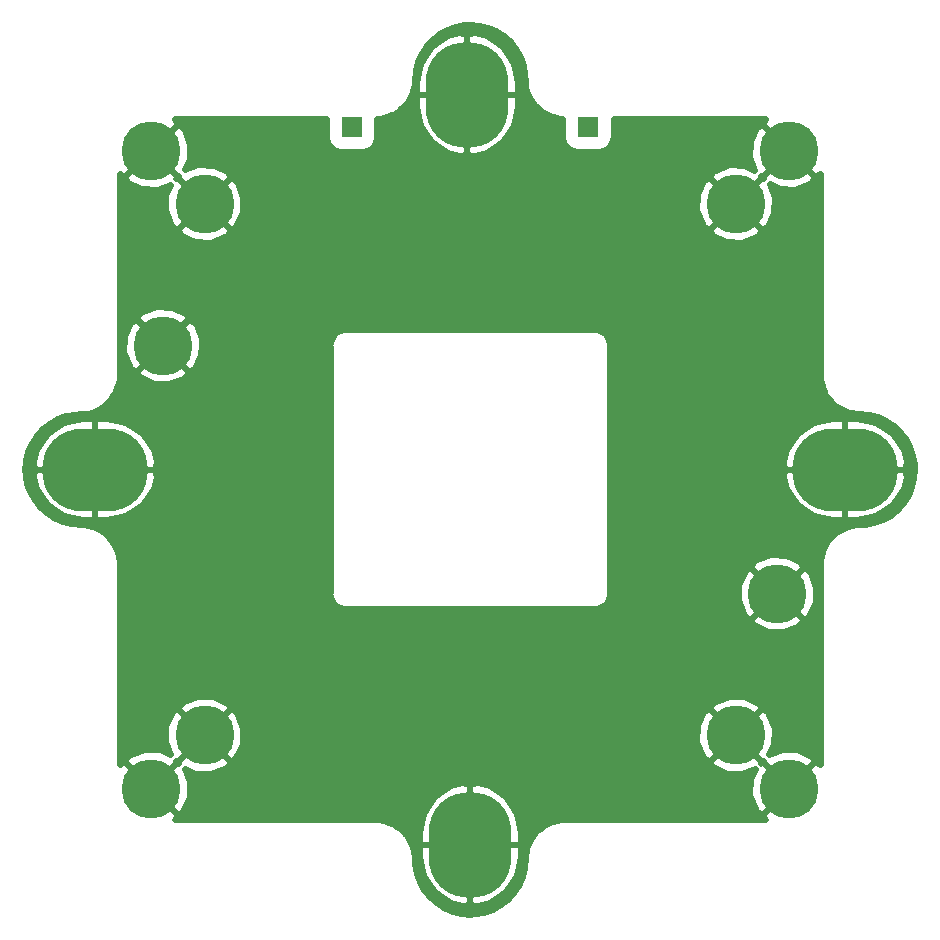
<source format=gbr>
G04 #@! TF.GenerationSoftware,KiCad,Pcbnew,(5.0.0)*
G04 #@! TF.CreationDate,2020-03-30T15:38:54-04:00*
G04 #@! TF.ProjectId,10W White LED,313057205768697465204C45442E6B69,rev?*
G04 #@! TF.SameCoordinates,Original*
G04 #@! TF.FileFunction,Copper,L1,Top,Signal*
G04 #@! TF.FilePolarity,Positive*
%FSLAX46Y46*%
G04 Gerber Fmt 4.6, Leading zero omitted, Abs format (unit mm)*
G04 Created by KiCad (PCBNEW (5.0.0)) date 03/30/20 15:38:54*
%MOMM*%
%LPD*%
G01*
G04 APERTURE LIST*
G04 #@! TA.AperFunction,ComponentPad*
%ADD10O,9.000000X7.000000*%
G04 #@! TD*
G04 #@! TA.AperFunction,ComponentPad*
%ADD11O,7.000000X9.000000*%
G04 #@! TD*
G04 #@! TA.AperFunction,ComponentPad*
%ADD12C,5.000000*%
G04 #@! TD*
G04 #@! TA.AperFunction,ComponentPad*
%ADD13R,1.700000X1.700000*%
G04 #@! TD*
G04 #@! TA.AperFunction,Conductor*
%ADD14C,0.500000*%
G04 #@! TD*
G04 APERTURE END LIST*
D10*
G04 #@! TO.P,LENSE1,1*
G04 #@! TO.N,GND*
X181750000Y-100000000D03*
D11*
X149750000Y-68250000D03*
D10*
X118250000Y-100000000D03*
D11*
X150000000Y-131750000D03*
G04 #@! TD*
D12*
G04 #@! TO.P,HEATSINK1,3*
G04 #@! TO.N,GND*
X172500000Y-122500000D03*
X127500000Y-122500000D03*
X127500000Y-77500000D03*
X172500000Y-77500000D03*
G04 #@! TO.P,HEATSINK1,2*
X124000000Y-89500000D03*
G04 #@! TO.P,HEATSINK1,1*
X176000000Y-110500000D03*
G04 #@! TD*
G04 #@! TO.P,MNT1,1*
G04 #@! TO.N,GND*
X123000000Y-73000000D03*
G04 #@! TD*
G04 #@! TO.P,MNT2,1*
G04 #@! TO.N,GND*
X177000000Y-73000000D03*
G04 #@! TD*
G04 #@! TO.P,MNT3,1*
G04 #@! TO.N,GND*
X177000000Y-127000000D03*
G04 #@! TD*
G04 #@! TO.P,MNT4,1*
G04 #@! TO.N,GND*
X123000000Y-127000000D03*
G04 #@! TD*
D13*
G04 #@! TO.P,NEG1,1*
G04 #@! TO.N,Net-(D1-Pad1)*
X160000000Y-71000000D03*
G04 #@! TD*
G04 #@! TO.P,POS1,1*
G04 #@! TO.N,Net-(D1-Pad2)*
X140000000Y-71000000D03*
G04 #@! TD*
D14*
G04 #@! TO.N,GND*
G36*
X150762820Y-62392186D02*
X151505152Y-62578647D01*
X152207063Y-62883846D01*
X152849699Y-63299586D01*
X153415809Y-63814707D01*
X153890183Y-64415370D01*
X154260084Y-65085443D01*
X154515576Y-65806928D01*
X154653879Y-66583359D01*
X154676471Y-67062416D01*
X154678107Y-67075015D01*
X154677542Y-67082042D01*
X154678643Y-67098192D01*
X154700611Y-67393811D01*
X154729634Y-67525818D01*
X154747978Y-67659727D01*
X154752522Y-67675265D01*
X154914999Y-68218549D01*
X154990428Y-68381794D01*
X155063856Y-68545943D01*
X155072577Y-68559581D01*
X155381005Y-69035427D01*
X155499195Y-69170910D01*
X155615766Y-69307881D01*
X155627965Y-69318523D01*
X156057550Y-69688678D01*
X156209067Y-69785577D01*
X156359347Y-69884293D01*
X156374042Y-69891083D01*
X156890251Y-70125789D01*
X157062872Y-70176267D01*
X157234819Y-70228836D01*
X157250827Y-70231229D01*
X157250829Y-70231229D01*
X157776679Y-70306536D01*
X157869501Y-70325000D01*
X157875512Y-70325000D01*
X157875512Y-71850000D01*
X157972527Y-72337725D01*
X158248801Y-72751199D01*
X158662275Y-73027473D01*
X159150000Y-73124488D01*
X160850000Y-73124488D01*
X161337725Y-73027473D01*
X161751199Y-72751199D01*
X162027473Y-72337725D01*
X162124488Y-71850000D01*
X162124488Y-70325000D01*
X174945619Y-70325000D01*
X175038257Y-70332616D01*
X174787940Y-70782283D01*
X177000000Y-72994343D01*
X177014142Y-72980201D01*
X177019799Y-72985858D01*
X177005657Y-73000000D01*
X179217717Y-75212060D01*
X179671612Y-74959389D01*
X179675001Y-75031244D01*
X179675000Y-92130498D01*
X179684648Y-92179002D01*
X179700611Y-92393811D01*
X179729634Y-92525818D01*
X179747978Y-92659727D01*
X179752522Y-92675265D01*
X179914999Y-93218549D01*
X179990428Y-93381794D01*
X180063856Y-93545943D01*
X180072577Y-93559581D01*
X180381005Y-94035427D01*
X180499195Y-94170910D01*
X180615766Y-94307881D01*
X180627965Y-94318523D01*
X181057550Y-94688678D01*
X181209067Y-94785577D01*
X181359347Y-94884293D01*
X181374042Y-94891083D01*
X181890251Y-95125789D01*
X182062872Y-95176267D01*
X182234819Y-95228836D01*
X182250827Y-95231229D01*
X182250829Y-95231229D01*
X182812162Y-95311618D01*
X182828380Y-95311618D01*
X182859200Y-95317497D01*
X182891432Y-95320545D01*
X183762820Y-95392186D01*
X184505152Y-95578647D01*
X185207063Y-95883846D01*
X185849699Y-96299586D01*
X186415809Y-96814707D01*
X186890183Y-97415370D01*
X187260084Y-98085443D01*
X187515576Y-98806928D01*
X187653879Y-99583359D01*
X187672435Y-99976823D01*
X187607814Y-100762824D01*
X187421354Y-101505150D01*
X187116154Y-102207063D01*
X186700412Y-102849701D01*
X186185293Y-103415809D01*
X185584630Y-103890183D01*
X184914557Y-104260084D01*
X184193069Y-104515576D01*
X183416641Y-104653879D01*
X182937584Y-104676471D01*
X182924985Y-104678107D01*
X182917958Y-104677542D01*
X182901807Y-104678643D01*
X182606189Y-104700611D01*
X182474183Y-104729634D01*
X182340273Y-104747978D01*
X182324735Y-104752522D01*
X181781450Y-104914999D01*
X181618190Y-104990435D01*
X181454057Y-105063856D01*
X181440419Y-105072577D01*
X180964573Y-105381005D01*
X180829090Y-105499195D01*
X180692119Y-105615766D01*
X180681478Y-105627965D01*
X180311322Y-106057550D01*
X180214440Y-106209040D01*
X180115707Y-106359347D01*
X180108917Y-106374043D01*
X179874211Y-106890251D01*
X179823733Y-107062872D01*
X179771164Y-107234819D01*
X179768771Y-107250829D01*
X179693463Y-107776682D01*
X179675000Y-107869502D01*
X179675001Y-124945607D01*
X179667384Y-125038257D01*
X179217717Y-124787940D01*
X177005657Y-127000000D01*
X177019799Y-127014142D01*
X177014142Y-127019799D01*
X177000000Y-127005657D01*
X174787940Y-129217717D01*
X175040611Y-129671612D01*
X174968777Y-129675000D01*
X157869501Y-129675000D01*
X157820996Y-129684648D01*
X157606189Y-129700611D01*
X157474183Y-129729634D01*
X157340273Y-129747978D01*
X157324735Y-129752522D01*
X156781450Y-129914999D01*
X156618190Y-129990435D01*
X156454057Y-130063856D01*
X156440419Y-130072577D01*
X155964573Y-130381005D01*
X155829090Y-130499195D01*
X155692119Y-130615766D01*
X155681478Y-130627965D01*
X155311322Y-131057550D01*
X155214440Y-131209040D01*
X155115707Y-131359347D01*
X155108917Y-131374043D01*
X154874211Y-131890251D01*
X154823733Y-132062872D01*
X154771164Y-132234819D01*
X154768771Y-132250829D01*
X154688382Y-132812162D01*
X154688382Y-132828380D01*
X154682503Y-132859200D01*
X154679455Y-132891432D01*
X154607814Y-133762824D01*
X154421354Y-134505150D01*
X154116154Y-135207063D01*
X153700412Y-135849701D01*
X153185293Y-136415809D01*
X152584630Y-136890183D01*
X151914557Y-137260084D01*
X151193069Y-137515576D01*
X150416641Y-137653879D01*
X150023177Y-137672435D01*
X149237176Y-137607814D01*
X148494850Y-137421354D01*
X147792937Y-137116154D01*
X147150299Y-136700412D01*
X146584191Y-136185293D01*
X146109817Y-135584630D01*
X145739916Y-134914557D01*
X145484424Y-134193069D01*
X145346121Y-133416641D01*
X145323529Y-132937584D01*
X145321893Y-132924985D01*
X145322458Y-132917958D01*
X145321357Y-132901807D01*
X145299389Y-132606189D01*
X145270366Y-132474183D01*
X145252022Y-132340273D01*
X145247478Y-132324735D01*
X145085001Y-131781450D01*
X145072318Y-131754000D01*
X145742000Y-131754000D01*
X145742000Y-132754000D01*
X146067652Y-134383162D01*
X146991968Y-135763689D01*
X148374230Y-136685410D01*
X149329952Y-136954949D01*
X149996000Y-136818498D01*
X149996000Y-131754000D01*
X150004000Y-131754000D01*
X150004000Y-136818498D01*
X150670048Y-136954949D01*
X151625770Y-136685410D01*
X153008032Y-135763689D01*
X153932348Y-134383162D01*
X154258000Y-132754000D01*
X154258000Y-131754000D01*
X150004000Y-131754000D01*
X149996000Y-131754000D01*
X145742000Y-131754000D01*
X145072318Y-131754000D01*
X145009565Y-131618190D01*
X144936144Y-131454057D01*
X144927423Y-131440419D01*
X144618995Y-130964573D01*
X144500805Y-130829090D01*
X144430091Y-130746000D01*
X145742000Y-130746000D01*
X145742000Y-131746000D01*
X149996000Y-131746000D01*
X149996000Y-126681502D01*
X150004000Y-126681502D01*
X150004000Y-131746000D01*
X154258000Y-131746000D01*
X154258000Y-130746000D01*
X153932348Y-129116838D01*
X153008032Y-127736311D01*
X151625770Y-126814590D01*
X150670048Y-126545051D01*
X150004000Y-126681502D01*
X149996000Y-126681502D01*
X149329952Y-126545051D01*
X148374230Y-126814590D01*
X146991968Y-127736311D01*
X146067652Y-129116838D01*
X145742000Y-130746000D01*
X144430091Y-130746000D01*
X144384234Y-130692119D01*
X144372035Y-130681478D01*
X143942450Y-130311322D01*
X143790960Y-130214440D01*
X143640653Y-130115707D01*
X143625962Y-130108919D01*
X143625958Y-130108917D01*
X143109749Y-129874211D01*
X142937128Y-129823733D01*
X142765181Y-129771164D01*
X142749173Y-129768771D01*
X142749171Y-129768771D01*
X142223321Y-129693464D01*
X142130499Y-129675000D01*
X125054381Y-129675000D01*
X124961743Y-129667384D01*
X125212060Y-129217717D01*
X123000000Y-127005657D01*
X122985858Y-127019799D01*
X122980201Y-127014142D01*
X122994343Y-127000000D01*
X123005657Y-127000000D01*
X125217717Y-129212060D01*
X125689765Y-128949284D01*
X126230977Y-127771575D01*
X126280303Y-126476401D01*
X125855790Y-125329961D01*
X126728425Y-125730977D01*
X128023599Y-125780303D01*
X129239061Y-125330232D01*
X129449284Y-125189765D01*
X129712060Y-124717717D01*
X170287940Y-124717717D01*
X170550716Y-125189765D01*
X171728425Y-125730977D01*
X173023599Y-125780303D01*
X174170039Y-125355790D01*
X173769023Y-126228425D01*
X173719697Y-127523599D01*
X174169768Y-128739061D01*
X174310235Y-128949284D01*
X174782283Y-129212060D01*
X176994343Y-127000000D01*
X174782283Y-124787940D01*
X174623883Y-124876117D01*
X174712060Y-124717717D01*
X172500000Y-122505657D01*
X170287940Y-124717717D01*
X129712060Y-124717717D01*
X127500000Y-122505657D01*
X125287940Y-124717717D01*
X125376117Y-124876117D01*
X125217717Y-124787940D01*
X123005657Y-127000000D01*
X122994343Y-127000000D01*
X120782283Y-124787940D01*
X120328388Y-125040611D01*
X120325000Y-124968777D01*
X120325000Y-124782283D01*
X120787940Y-124782283D01*
X123000000Y-126994343D01*
X125212060Y-124782283D01*
X125123883Y-124623883D01*
X125282283Y-124712060D01*
X127494343Y-122500000D01*
X127505657Y-122500000D01*
X129717717Y-124712060D01*
X130189765Y-124449284D01*
X130730977Y-123271575D01*
X130740421Y-123023599D01*
X169219697Y-123023599D01*
X169669768Y-124239061D01*
X169810235Y-124449284D01*
X170282283Y-124712060D01*
X172494343Y-122500000D01*
X172505657Y-122500000D01*
X174717717Y-124712060D01*
X174876117Y-124623883D01*
X174787940Y-124782283D01*
X177000000Y-126994343D01*
X179212060Y-124782283D01*
X178949284Y-124310235D01*
X177771575Y-123769023D01*
X176476401Y-123719697D01*
X175329961Y-124144210D01*
X175730977Y-123271575D01*
X175780303Y-121976401D01*
X175330232Y-120760939D01*
X175189765Y-120550716D01*
X174717717Y-120287940D01*
X172505657Y-122500000D01*
X172494343Y-122500000D01*
X170282283Y-120287940D01*
X169810235Y-120550716D01*
X169269023Y-121728425D01*
X169219697Y-123023599D01*
X130740421Y-123023599D01*
X130780303Y-121976401D01*
X130330232Y-120760939D01*
X130189765Y-120550716D01*
X129717717Y-120287940D01*
X127505657Y-122500000D01*
X127494343Y-122500000D01*
X125282283Y-120287940D01*
X124810235Y-120550716D01*
X124269023Y-121728425D01*
X124219697Y-123023599D01*
X124644210Y-124170039D01*
X123771575Y-123769023D01*
X122476401Y-123719697D01*
X121260939Y-124169768D01*
X121050716Y-124310235D01*
X120787940Y-124782283D01*
X120325000Y-124782283D01*
X120325000Y-120282283D01*
X125287940Y-120282283D01*
X127500000Y-122494343D01*
X129712060Y-120282283D01*
X170287940Y-120282283D01*
X172500000Y-122494343D01*
X174712060Y-120282283D01*
X174449284Y-119810235D01*
X173271575Y-119269023D01*
X171976401Y-119219697D01*
X170760939Y-119669768D01*
X170550716Y-119810235D01*
X170287940Y-120282283D01*
X129712060Y-120282283D01*
X129449284Y-119810235D01*
X128271575Y-119269023D01*
X126976401Y-119219697D01*
X125760939Y-119669768D01*
X125550716Y-119810235D01*
X125287940Y-120282283D01*
X120325000Y-120282283D01*
X120325000Y-112717717D01*
X173787940Y-112717717D01*
X174050716Y-113189765D01*
X175228425Y-113730977D01*
X176523599Y-113780303D01*
X177739061Y-113330232D01*
X177949284Y-113189765D01*
X178212060Y-112717717D01*
X176000000Y-110505657D01*
X173787940Y-112717717D01*
X120325000Y-112717717D01*
X120325000Y-107869501D01*
X120315352Y-107820996D01*
X120299389Y-107606189D01*
X120270366Y-107474183D01*
X120252022Y-107340273D01*
X120247478Y-107324735D01*
X120085001Y-106781450D01*
X120009565Y-106618190D01*
X119936144Y-106454057D01*
X119927423Y-106440419D01*
X119618995Y-105964573D01*
X119500805Y-105829090D01*
X119384234Y-105692119D01*
X119372035Y-105681478D01*
X118942450Y-105311322D01*
X118790960Y-105214440D01*
X118640653Y-105115707D01*
X118625962Y-105108919D01*
X118625958Y-105108917D01*
X118109749Y-104874211D01*
X117937128Y-104823733D01*
X117765181Y-104771164D01*
X117749173Y-104768771D01*
X117749171Y-104768771D01*
X117187838Y-104688382D01*
X117171620Y-104688382D01*
X117140800Y-104682503D01*
X117108568Y-104679455D01*
X116237176Y-104607814D01*
X115494850Y-104421354D01*
X114792937Y-104116154D01*
X114150299Y-103700412D01*
X113584191Y-103185293D01*
X113109817Y-102584630D01*
X112739916Y-101914557D01*
X112484424Y-101193069D01*
X112391260Y-100670048D01*
X113045051Y-100670048D01*
X113314590Y-101625770D01*
X114236311Y-103008032D01*
X115616838Y-103932348D01*
X117246000Y-104258000D01*
X118246000Y-104258000D01*
X118246000Y-100004000D01*
X118254000Y-100004000D01*
X118254000Y-104258000D01*
X119254000Y-104258000D01*
X120883162Y-103932348D01*
X122263689Y-103008032D01*
X123185410Y-101625770D01*
X123454949Y-100670048D01*
X123318498Y-100004000D01*
X118254000Y-100004000D01*
X118246000Y-100004000D01*
X113181502Y-100004000D01*
X113045051Y-100670048D01*
X112391260Y-100670048D01*
X112346121Y-100416641D01*
X112327565Y-100023177D01*
X112384558Y-99329952D01*
X113045051Y-99329952D01*
X113181502Y-99996000D01*
X118246000Y-99996000D01*
X118246000Y-95742000D01*
X118254000Y-95742000D01*
X118254000Y-99996000D01*
X123318498Y-99996000D01*
X123454949Y-99329952D01*
X123185410Y-98374230D01*
X122263689Y-96991968D01*
X120883162Y-96067652D01*
X119254000Y-95742000D01*
X118254000Y-95742000D01*
X118246000Y-95742000D01*
X117246000Y-95742000D01*
X115616838Y-96067652D01*
X114236311Y-96991968D01*
X113314590Y-98374230D01*
X113045051Y-99329952D01*
X112384558Y-99329952D01*
X112392186Y-99237180D01*
X112578647Y-98494848D01*
X112883846Y-97792937D01*
X113299586Y-97150301D01*
X113814707Y-96584191D01*
X114415370Y-96109817D01*
X115085443Y-95739916D01*
X115806928Y-95484424D01*
X116583359Y-95346121D01*
X117062416Y-95323529D01*
X117075015Y-95321893D01*
X117082042Y-95322458D01*
X117098192Y-95321357D01*
X117393811Y-95299389D01*
X117525818Y-95270366D01*
X117659727Y-95252022D01*
X117675265Y-95247478D01*
X118218549Y-95085001D01*
X118381794Y-95009572D01*
X118545943Y-94936144D01*
X118559581Y-94927423D01*
X119035427Y-94618995D01*
X119170910Y-94500805D01*
X119307881Y-94384234D01*
X119318523Y-94372035D01*
X119688678Y-93942450D01*
X119785577Y-93790933D01*
X119884293Y-93640653D01*
X119891083Y-93625958D01*
X120125789Y-93109749D01*
X120176267Y-92937128D01*
X120228836Y-92765181D01*
X120231229Y-92749171D01*
X120306536Y-92223321D01*
X120325000Y-92130499D01*
X120325000Y-91717717D01*
X121787940Y-91717717D01*
X122050716Y-92189765D01*
X123228425Y-92730977D01*
X124523599Y-92780303D01*
X125739061Y-92330232D01*
X125949284Y-92189765D01*
X126212060Y-91717717D01*
X124000000Y-89505657D01*
X121787940Y-91717717D01*
X120325000Y-91717717D01*
X120325000Y-90023599D01*
X120719697Y-90023599D01*
X121169768Y-91239061D01*
X121310235Y-91449284D01*
X121782283Y-91712060D01*
X123994343Y-89500000D01*
X124005657Y-89500000D01*
X126217717Y-91712060D01*
X126689765Y-91449284D01*
X127230977Y-90271575D01*
X127260362Y-89500000D01*
X138149042Y-89500000D01*
X138175000Y-89630499D01*
X138175001Y-110369496D01*
X138149042Y-110500000D01*
X138251878Y-111016989D01*
X138544728Y-111455272D01*
X138983011Y-111748122D01*
X139369501Y-111825000D01*
X139500000Y-111850958D01*
X139630499Y-111825000D01*
X160369501Y-111825000D01*
X160500000Y-111850958D01*
X160630499Y-111825000D01*
X161016989Y-111748122D01*
X161455272Y-111455272D01*
X161743705Y-111023599D01*
X172719697Y-111023599D01*
X173169768Y-112239061D01*
X173310235Y-112449284D01*
X173782283Y-112712060D01*
X175994343Y-110500000D01*
X176005657Y-110500000D01*
X178217717Y-112712060D01*
X178689765Y-112449284D01*
X179230977Y-111271575D01*
X179280303Y-109976401D01*
X178830232Y-108760939D01*
X178689765Y-108550716D01*
X178217717Y-108287940D01*
X176005657Y-110500000D01*
X175994343Y-110500000D01*
X173782283Y-108287940D01*
X173310235Y-108550716D01*
X172769023Y-109728425D01*
X172719697Y-111023599D01*
X161743705Y-111023599D01*
X161748122Y-111016989D01*
X161850958Y-110500000D01*
X161825000Y-110369501D01*
X161825000Y-108282283D01*
X173787940Y-108282283D01*
X176000000Y-110494343D01*
X178212060Y-108282283D01*
X177949284Y-107810235D01*
X176771575Y-107269023D01*
X175476401Y-107219697D01*
X174260939Y-107669768D01*
X174050716Y-107810235D01*
X173787940Y-108282283D01*
X161825000Y-108282283D01*
X161825000Y-100670048D01*
X176545051Y-100670048D01*
X176814590Y-101625770D01*
X177736311Y-103008032D01*
X179116838Y-103932348D01*
X180746000Y-104258000D01*
X181746000Y-104258000D01*
X181746000Y-100004000D01*
X181754000Y-100004000D01*
X181754000Y-104258000D01*
X182754000Y-104258000D01*
X184383162Y-103932348D01*
X185763689Y-103008032D01*
X186685410Y-101625770D01*
X186954949Y-100670048D01*
X186818498Y-100004000D01*
X181754000Y-100004000D01*
X181746000Y-100004000D01*
X176681502Y-100004000D01*
X176545051Y-100670048D01*
X161825000Y-100670048D01*
X161825000Y-99329952D01*
X176545051Y-99329952D01*
X176681502Y-99996000D01*
X181746000Y-99996000D01*
X181746000Y-95742000D01*
X181754000Y-95742000D01*
X181754000Y-99996000D01*
X186818498Y-99996000D01*
X186954949Y-99329952D01*
X186685410Y-98374230D01*
X185763689Y-96991968D01*
X184383162Y-96067652D01*
X182754000Y-95742000D01*
X181754000Y-95742000D01*
X181746000Y-95742000D01*
X180746000Y-95742000D01*
X179116838Y-96067652D01*
X177736311Y-96991968D01*
X176814590Y-98374230D01*
X176545051Y-99329952D01*
X161825000Y-99329952D01*
X161825000Y-89630499D01*
X161850958Y-89500000D01*
X161748122Y-88983011D01*
X161455272Y-88544728D01*
X161016989Y-88251878D01*
X160630499Y-88175000D01*
X160500000Y-88149042D01*
X160369501Y-88175000D01*
X139630499Y-88175000D01*
X139500000Y-88149042D01*
X139369501Y-88175000D01*
X138983011Y-88251878D01*
X138544728Y-88544728D01*
X138251878Y-88983011D01*
X138149042Y-89500000D01*
X127260362Y-89500000D01*
X127280303Y-88976401D01*
X126830232Y-87760939D01*
X126689765Y-87550716D01*
X126217717Y-87287940D01*
X124005657Y-89500000D01*
X123994343Y-89500000D01*
X121782283Y-87287940D01*
X121310235Y-87550716D01*
X120769023Y-88728425D01*
X120719697Y-90023599D01*
X120325000Y-90023599D01*
X120325000Y-87282283D01*
X121787940Y-87282283D01*
X124000000Y-89494343D01*
X126212060Y-87282283D01*
X125949284Y-86810235D01*
X124771575Y-86269023D01*
X123476401Y-86219697D01*
X122260939Y-86669768D01*
X122050716Y-86810235D01*
X121787940Y-87282283D01*
X120325000Y-87282283D01*
X120325000Y-79717717D01*
X125287940Y-79717717D01*
X125550716Y-80189765D01*
X126728425Y-80730977D01*
X128023599Y-80780303D01*
X129239061Y-80330232D01*
X129449284Y-80189765D01*
X129712060Y-79717717D01*
X170287940Y-79717717D01*
X170550716Y-80189765D01*
X171728425Y-80730977D01*
X173023599Y-80780303D01*
X174239061Y-80330232D01*
X174449284Y-80189765D01*
X174712060Y-79717717D01*
X172500000Y-77505657D01*
X170287940Y-79717717D01*
X129712060Y-79717717D01*
X127500000Y-77505657D01*
X125287940Y-79717717D01*
X120325000Y-79717717D01*
X120325000Y-75217717D01*
X120787940Y-75217717D01*
X121050716Y-75689765D01*
X122228425Y-76230977D01*
X123523599Y-76280303D01*
X124670039Y-75855790D01*
X124269023Y-76728425D01*
X124219697Y-78023599D01*
X124669768Y-79239061D01*
X124810235Y-79449284D01*
X125282283Y-79712060D01*
X127494343Y-77500000D01*
X127505657Y-77500000D01*
X129717717Y-79712060D01*
X130189765Y-79449284D01*
X130730977Y-78271575D01*
X130740421Y-78023599D01*
X169219697Y-78023599D01*
X169669768Y-79239061D01*
X169810235Y-79449284D01*
X170282283Y-79712060D01*
X172494343Y-77500000D01*
X172505657Y-77500000D01*
X174717717Y-79712060D01*
X175189765Y-79449284D01*
X175730977Y-78271575D01*
X175780303Y-76976401D01*
X175355790Y-75829961D01*
X176228425Y-76230977D01*
X177523599Y-76280303D01*
X178739061Y-75830232D01*
X178949284Y-75689765D01*
X179212060Y-75217717D01*
X177000000Y-73005657D01*
X174787940Y-75217717D01*
X174876117Y-75376117D01*
X174717717Y-75287940D01*
X172505657Y-77500000D01*
X172494343Y-77500000D01*
X170282283Y-75287940D01*
X169810235Y-75550716D01*
X169269023Y-76728425D01*
X169219697Y-78023599D01*
X130740421Y-78023599D01*
X130780303Y-76976401D01*
X130330232Y-75760939D01*
X130189765Y-75550716D01*
X129717717Y-75287940D01*
X127505657Y-77500000D01*
X127494343Y-77500000D01*
X125282283Y-75287940D01*
X125123883Y-75376117D01*
X125212060Y-75217717D01*
X123000000Y-73005657D01*
X120787940Y-75217717D01*
X120325000Y-75217717D01*
X120325000Y-75054381D01*
X120332616Y-74961743D01*
X120782283Y-75212060D01*
X122994343Y-73000000D01*
X123005657Y-73000000D01*
X125217717Y-75212060D01*
X125376117Y-75123883D01*
X125287940Y-75282283D01*
X127500000Y-77494343D01*
X129712060Y-75282283D01*
X170287940Y-75282283D01*
X172500000Y-77494343D01*
X174712060Y-75282283D01*
X174623883Y-75123883D01*
X174782283Y-75212060D01*
X176994343Y-73000000D01*
X174782283Y-70787940D01*
X174310235Y-71050716D01*
X173769023Y-72228425D01*
X173719697Y-73523599D01*
X174144210Y-74670039D01*
X173271575Y-74269023D01*
X171976401Y-74219697D01*
X170760939Y-74669768D01*
X170550716Y-74810235D01*
X170287940Y-75282283D01*
X129712060Y-75282283D01*
X129449284Y-74810235D01*
X128271575Y-74269023D01*
X126976401Y-74219697D01*
X125829961Y-74644210D01*
X126230977Y-73771575D01*
X126280303Y-72476401D01*
X125830232Y-71260939D01*
X125689765Y-71050716D01*
X125217717Y-70787940D01*
X123005657Y-73000000D01*
X122994343Y-73000000D01*
X122980201Y-72985858D01*
X122985858Y-72980201D01*
X123000000Y-72994343D01*
X125212060Y-70782283D01*
X124959389Y-70328388D01*
X125031223Y-70325000D01*
X137875512Y-70325000D01*
X137875512Y-71850000D01*
X137972527Y-72337725D01*
X138248801Y-72751199D01*
X138662275Y-73027473D01*
X139150000Y-73124488D01*
X140850000Y-73124488D01*
X141337725Y-73027473D01*
X141751199Y-72751199D01*
X142027473Y-72337725D01*
X142124488Y-71850000D01*
X142124488Y-70325000D01*
X142130499Y-70325000D01*
X142179004Y-70315352D01*
X142393811Y-70299389D01*
X142525818Y-70270366D01*
X142659727Y-70252022D01*
X142675265Y-70247478D01*
X143218549Y-70085001D01*
X143381794Y-70009572D01*
X143545943Y-69936144D01*
X143559581Y-69927423D01*
X144035427Y-69618995D01*
X144170910Y-69500805D01*
X144307881Y-69384234D01*
X144318523Y-69372035D01*
X144688678Y-68942450D01*
X144785577Y-68790933D01*
X144884293Y-68640653D01*
X144891083Y-68625958D01*
X145060202Y-68254000D01*
X145492000Y-68254000D01*
X145492000Y-69254000D01*
X145817652Y-70883162D01*
X146741968Y-72263689D01*
X148124230Y-73185410D01*
X149079952Y-73454949D01*
X149746000Y-73318498D01*
X149746000Y-68254000D01*
X149754000Y-68254000D01*
X149754000Y-73318498D01*
X150420048Y-73454949D01*
X151375770Y-73185410D01*
X152758032Y-72263689D01*
X153682348Y-70883162D01*
X154008000Y-69254000D01*
X154008000Y-68254000D01*
X149754000Y-68254000D01*
X149746000Y-68254000D01*
X145492000Y-68254000D01*
X145060202Y-68254000D01*
X145125789Y-68109749D01*
X145176267Y-67937128D01*
X145228836Y-67765181D01*
X145231229Y-67749171D01*
X145303288Y-67246000D01*
X145492000Y-67246000D01*
X145492000Y-68246000D01*
X149746000Y-68246000D01*
X149746000Y-63181502D01*
X149754000Y-63181502D01*
X149754000Y-68246000D01*
X154008000Y-68246000D01*
X154008000Y-67246000D01*
X153682348Y-65616838D01*
X152758032Y-64236311D01*
X151375770Y-63314590D01*
X150420048Y-63045051D01*
X149754000Y-63181502D01*
X149746000Y-63181502D01*
X149079952Y-63045051D01*
X148124230Y-63314590D01*
X146741968Y-64236311D01*
X145817652Y-65616838D01*
X145492000Y-67246000D01*
X145303288Y-67246000D01*
X145311618Y-67187838D01*
X145311618Y-67171620D01*
X145317497Y-67140800D01*
X145320545Y-67108568D01*
X145392186Y-66237180D01*
X145578647Y-65494848D01*
X145883846Y-64792937D01*
X146299586Y-64150301D01*
X146814707Y-63584191D01*
X147415370Y-63109817D01*
X148085443Y-62739916D01*
X148806928Y-62484424D01*
X149583359Y-62346121D01*
X149976823Y-62327565D01*
X150762820Y-62392186D01*
X150762820Y-62392186D01*
G37*
X150762820Y-62392186D02*
X151505152Y-62578647D01*
X152207063Y-62883846D01*
X152849699Y-63299586D01*
X153415809Y-63814707D01*
X153890183Y-64415370D01*
X154260084Y-65085443D01*
X154515576Y-65806928D01*
X154653879Y-66583359D01*
X154676471Y-67062416D01*
X154678107Y-67075015D01*
X154677542Y-67082042D01*
X154678643Y-67098192D01*
X154700611Y-67393811D01*
X154729634Y-67525818D01*
X154747978Y-67659727D01*
X154752522Y-67675265D01*
X154914999Y-68218549D01*
X154990428Y-68381794D01*
X155063856Y-68545943D01*
X155072577Y-68559581D01*
X155381005Y-69035427D01*
X155499195Y-69170910D01*
X155615766Y-69307881D01*
X155627965Y-69318523D01*
X156057550Y-69688678D01*
X156209067Y-69785577D01*
X156359347Y-69884293D01*
X156374042Y-69891083D01*
X156890251Y-70125789D01*
X157062872Y-70176267D01*
X157234819Y-70228836D01*
X157250827Y-70231229D01*
X157250829Y-70231229D01*
X157776679Y-70306536D01*
X157869501Y-70325000D01*
X157875512Y-70325000D01*
X157875512Y-71850000D01*
X157972527Y-72337725D01*
X158248801Y-72751199D01*
X158662275Y-73027473D01*
X159150000Y-73124488D01*
X160850000Y-73124488D01*
X161337725Y-73027473D01*
X161751199Y-72751199D01*
X162027473Y-72337725D01*
X162124488Y-71850000D01*
X162124488Y-70325000D01*
X174945619Y-70325000D01*
X175038257Y-70332616D01*
X174787940Y-70782283D01*
X177000000Y-72994343D01*
X177014142Y-72980201D01*
X177019799Y-72985858D01*
X177005657Y-73000000D01*
X179217717Y-75212060D01*
X179671612Y-74959389D01*
X179675001Y-75031244D01*
X179675000Y-92130498D01*
X179684648Y-92179002D01*
X179700611Y-92393811D01*
X179729634Y-92525818D01*
X179747978Y-92659727D01*
X179752522Y-92675265D01*
X179914999Y-93218549D01*
X179990428Y-93381794D01*
X180063856Y-93545943D01*
X180072577Y-93559581D01*
X180381005Y-94035427D01*
X180499195Y-94170910D01*
X180615766Y-94307881D01*
X180627965Y-94318523D01*
X181057550Y-94688678D01*
X181209067Y-94785577D01*
X181359347Y-94884293D01*
X181374042Y-94891083D01*
X181890251Y-95125789D01*
X182062872Y-95176267D01*
X182234819Y-95228836D01*
X182250827Y-95231229D01*
X182250829Y-95231229D01*
X182812162Y-95311618D01*
X182828380Y-95311618D01*
X182859200Y-95317497D01*
X182891432Y-95320545D01*
X183762820Y-95392186D01*
X184505152Y-95578647D01*
X185207063Y-95883846D01*
X185849699Y-96299586D01*
X186415809Y-96814707D01*
X186890183Y-97415370D01*
X187260084Y-98085443D01*
X187515576Y-98806928D01*
X187653879Y-99583359D01*
X187672435Y-99976823D01*
X187607814Y-100762824D01*
X187421354Y-101505150D01*
X187116154Y-102207063D01*
X186700412Y-102849701D01*
X186185293Y-103415809D01*
X185584630Y-103890183D01*
X184914557Y-104260084D01*
X184193069Y-104515576D01*
X183416641Y-104653879D01*
X182937584Y-104676471D01*
X182924985Y-104678107D01*
X182917958Y-104677542D01*
X182901807Y-104678643D01*
X182606189Y-104700611D01*
X182474183Y-104729634D01*
X182340273Y-104747978D01*
X182324735Y-104752522D01*
X181781450Y-104914999D01*
X181618190Y-104990435D01*
X181454057Y-105063856D01*
X181440419Y-105072577D01*
X180964573Y-105381005D01*
X180829090Y-105499195D01*
X180692119Y-105615766D01*
X180681478Y-105627965D01*
X180311322Y-106057550D01*
X180214440Y-106209040D01*
X180115707Y-106359347D01*
X180108917Y-106374043D01*
X179874211Y-106890251D01*
X179823733Y-107062872D01*
X179771164Y-107234819D01*
X179768771Y-107250829D01*
X179693463Y-107776682D01*
X179675000Y-107869502D01*
X179675001Y-124945607D01*
X179667384Y-125038257D01*
X179217717Y-124787940D01*
X177005657Y-127000000D01*
X177019799Y-127014142D01*
X177014142Y-127019799D01*
X177000000Y-127005657D01*
X174787940Y-129217717D01*
X175040611Y-129671612D01*
X174968777Y-129675000D01*
X157869501Y-129675000D01*
X157820996Y-129684648D01*
X157606189Y-129700611D01*
X157474183Y-129729634D01*
X157340273Y-129747978D01*
X157324735Y-129752522D01*
X156781450Y-129914999D01*
X156618190Y-129990435D01*
X156454057Y-130063856D01*
X156440419Y-130072577D01*
X155964573Y-130381005D01*
X155829090Y-130499195D01*
X155692119Y-130615766D01*
X155681478Y-130627965D01*
X155311322Y-131057550D01*
X155214440Y-131209040D01*
X155115707Y-131359347D01*
X155108917Y-131374043D01*
X154874211Y-131890251D01*
X154823733Y-132062872D01*
X154771164Y-132234819D01*
X154768771Y-132250829D01*
X154688382Y-132812162D01*
X154688382Y-132828380D01*
X154682503Y-132859200D01*
X154679455Y-132891432D01*
X154607814Y-133762824D01*
X154421354Y-134505150D01*
X154116154Y-135207063D01*
X153700412Y-135849701D01*
X153185293Y-136415809D01*
X152584630Y-136890183D01*
X151914557Y-137260084D01*
X151193069Y-137515576D01*
X150416641Y-137653879D01*
X150023177Y-137672435D01*
X149237176Y-137607814D01*
X148494850Y-137421354D01*
X147792937Y-137116154D01*
X147150299Y-136700412D01*
X146584191Y-136185293D01*
X146109817Y-135584630D01*
X145739916Y-134914557D01*
X145484424Y-134193069D01*
X145346121Y-133416641D01*
X145323529Y-132937584D01*
X145321893Y-132924985D01*
X145322458Y-132917958D01*
X145321357Y-132901807D01*
X145299389Y-132606189D01*
X145270366Y-132474183D01*
X145252022Y-132340273D01*
X145247478Y-132324735D01*
X145085001Y-131781450D01*
X145072318Y-131754000D01*
X145742000Y-131754000D01*
X145742000Y-132754000D01*
X146067652Y-134383162D01*
X146991968Y-135763689D01*
X148374230Y-136685410D01*
X149329952Y-136954949D01*
X149996000Y-136818498D01*
X149996000Y-131754000D01*
X150004000Y-131754000D01*
X150004000Y-136818498D01*
X150670048Y-136954949D01*
X151625770Y-136685410D01*
X153008032Y-135763689D01*
X153932348Y-134383162D01*
X154258000Y-132754000D01*
X154258000Y-131754000D01*
X150004000Y-131754000D01*
X149996000Y-131754000D01*
X145742000Y-131754000D01*
X145072318Y-131754000D01*
X145009565Y-131618190D01*
X144936144Y-131454057D01*
X144927423Y-131440419D01*
X144618995Y-130964573D01*
X144500805Y-130829090D01*
X144430091Y-130746000D01*
X145742000Y-130746000D01*
X145742000Y-131746000D01*
X149996000Y-131746000D01*
X149996000Y-126681502D01*
X150004000Y-126681502D01*
X150004000Y-131746000D01*
X154258000Y-131746000D01*
X154258000Y-130746000D01*
X153932348Y-129116838D01*
X153008032Y-127736311D01*
X151625770Y-126814590D01*
X150670048Y-126545051D01*
X150004000Y-126681502D01*
X149996000Y-126681502D01*
X149329952Y-126545051D01*
X148374230Y-126814590D01*
X146991968Y-127736311D01*
X146067652Y-129116838D01*
X145742000Y-130746000D01*
X144430091Y-130746000D01*
X144384234Y-130692119D01*
X144372035Y-130681478D01*
X143942450Y-130311322D01*
X143790960Y-130214440D01*
X143640653Y-130115707D01*
X143625962Y-130108919D01*
X143625958Y-130108917D01*
X143109749Y-129874211D01*
X142937128Y-129823733D01*
X142765181Y-129771164D01*
X142749173Y-129768771D01*
X142749171Y-129768771D01*
X142223321Y-129693464D01*
X142130499Y-129675000D01*
X125054381Y-129675000D01*
X124961743Y-129667384D01*
X125212060Y-129217717D01*
X123000000Y-127005657D01*
X122985858Y-127019799D01*
X122980201Y-127014142D01*
X122994343Y-127000000D01*
X123005657Y-127000000D01*
X125217717Y-129212060D01*
X125689765Y-128949284D01*
X126230977Y-127771575D01*
X126280303Y-126476401D01*
X125855790Y-125329961D01*
X126728425Y-125730977D01*
X128023599Y-125780303D01*
X129239061Y-125330232D01*
X129449284Y-125189765D01*
X129712060Y-124717717D01*
X170287940Y-124717717D01*
X170550716Y-125189765D01*
X171728425Y-125730977D01*
X173023599Y-125780303D01*
X174170039Y-125355790D01*
X173769023Y-126228425D01*
X173719697Y-127523599D01*
X174169768Y-128739061D01*
X174310235Y-128949284D01*
X174782283Y-129212060D01*
X176994343Y-127000000D01*
X174782283Y-124787940D01*
X174623883Y-124876117D01*
X174712060Y-124717717D01*
X172500000Y-122505657D01*
X170287940Y-124717717D01*
X129712060Y-124717717D01*
X127500000Y-122505657D01*
X125287940Y-124717717D01*
X125376117Y-124876117D01*
X125217717Y-124787940D01*
X123005657Y-127000000D01*
X122994343Y-127000000D01*
X120782283Y-124787940D01*
X120328388Y-125040611D01*
X120325000Y-124968777D01*
X120325000Y-124782283D01*
X120787940Y-124782283D01*
X123000000Y-126994343D01*
X125212060Y-124782283D01*
X125123883Y-124623883D01*
X125282283Y-124712060D01*
X127494343Y-122500000D01*
X127505657Y-122500000D01*
X129717717Y-124712060D01*
X130189765Y-124449284D01*
X130730977Y-123271575D01*
X130740421Y-123023599D01*
X169219697Y-123023599D01*
X169669768Y-124239061D01*
X169810235Y-124449284D01*
X170282283Y-124712060D01*
X172494343Y-122500000D01*
X172505657Y-122500000D01*
X174717717Y-124712060D01*
X174876117Y-124623883D01*
X174787940Y-124782283D01*
X177000000Y-126994343D01*
X179212060Y-124782283D01*
X178949284Y-124310235D01*
X177771575Y-123769023D01*
X176476401Y-123719697D01*
X175329961Y-124144210D01*
X175730977Y-123271575D01*
X175780303Y-121976401D01*
X175330232Y-120760939D01*
X175189765Y-120550716D01*
X174717717Y-120287940D01*
X172505657Y-122500000D01*
X172494343Y-122500000D01*
X170282283Y-120287940D01*
X169810235Y-120550716D01*
X169269023Y-121728425D01*
X169219697Y-123023599D01*
X130740421Y-123023599D01*
X130780303Y-121976401D01*
X130330232Y-120760939D01*
X130189765Y-120550716D01*
X129717717Y-120287940D01*
X127505657Y-122500000D01*
X127494343Y-122500000D01*
X125282283Y-120287940D01*
X124810235Y-120550716D01*
X124269023Y-121728425D01*
X124219697Y-123023599D01*
X124644210Y-124170039D01*
X123771575Y-123769023D01*
X122476401Y-123719697D01*
X121260939Y-124169768D01*
X121050716Y-124310235D01*
X120787940Y-124782283D01*
X120325000Y-124782283D01*
X120325000Y-120282283D01*
X125287940Y-120282283D01*
X127500000Y-122494343D01*
X129712060Y-120282283D01*
X170287940Y-120282283D01*
X172500000Y-122494343D01*
X174712060Y-120282283D01*
X174449284Y-119810235D01*
X173271575Y-119269023D01*
X171976401Y-119219697D01*
X170760939Y-119669768D01*
X170550716Y-119810235D01*
X170287940Y-120282283D01*
X129712060Y-120282283D01*
X129449284Y-119810235D01*
X128271575Y-119269023D01*
X126976401Y-119219697D01*
X125760939Y-119669768D01*
X125550716Y-119810235D01*
X125287940Y-120282283D01*
X120325000Y-120282283D01*
X120325000Y-112717717D01*
X173787940Y-112717717D01*
X174050716Y-113189765D01*
X175228425Y-113730977D01*
X176523599Y-113780303D01*
X177739061Y-113330232D01*
X177949284Y-113189765D01*
X178212060Y-112717717D01*
X176000000Y-110505657D01*
X173787940Y-112717717D01*
X120325000Y-112717717D01*
X120325000Y-107869501D01*
X120315352Y-107820996D01*
X120299389Y-107606189D01*
X120270366Y-107474183D01*
X120252022Y-107340273D01*
X120247478Y-107324735D01*
X120085001Y-106781450D01*
X120009565Y-106618190D01*
X119936144Y-106454057D01*
X119927423Y-106440419D01*
X119618995Y-105964573D01*
X119500805Y-105829090D01*
X119384234Y-105692119D01*
X119372035Y-105681478D01*
X118942450Y-105311322D01*
X118790960Y-105214440D01*
X118640653Y-105115707D01*
X118625962Y-105108919D01*
X118625958Y-105108917D01*
X118109749Y-104874211D01*
X117937128Y-104823733D01*
X117765181Y-104771164D01*
X117749173Y-104768771D01*
X117749171Y-104768771D01*
X117187838Y-104688382D01*
X117171620Y-104688382D01*
X117140800Y-104682503D01*
X117108568Y-104679455D01*
X116237176Y-104607814D01*
X115494850Y-104421354D01*
X114792937Y-104116154D01*
X114150299Y-103700412D01*
X113584191Y-103185293D01*
X113109817Y-102584630D01*
X112739916Y-101914557D01*
X112484424Y-101193069D01*
X112391260Y-100670048D01*
X113045051Y-100670048D01*
X113314590Y-101625770D01*
X114236311Y-103008032D01*
X115616838Y-103932348D01*
X117246000Y-104258000D01*
X118246000Y-104258000D01*
X118246000Y-100004000D01*
X118254000Y-100004000D01*
X118254000Y-104258000D01*
X119254000Y-104258000D01*
X120883162Y-103932348D01*
X122263689Y-103008032D01*
X123185410Y-101625770D01*
X123454949Y-100670048D01*
X123318498Y-100004000D01*
X118254000Y-100004000D01*
X118246000Y-100004000D01*
X113181502Y-100004000D01*
X113045051Y-100670048D01*
X112391260Y-100670048D01*
X112346121Y-100416641D01*
X112327565Y-100023177D01*
X112384558Y-99329952D01*
X113045051Y-99329952D01*
X113181502Y-99996000D01*
X118246000Y-99996000D01*
X118246000Y-95742000D01*
X118254000Y-95742000D01*
X118254000Y-99996000D01*
X123318498Y-99996000D01*
X123454949Y-99329952D01*
X123185410Y-98374230D01*
X122263689Y-96991968D01*
X120883162Y-96067652D01*
X119254000Y-95742000D01*
X118254000Y-95742000D01*
X118246000Y-95742000D01*
X117246000Y-95742000D01*
X115616838Y-96067652D01*
X114236311Y-96991968D01*
X113314590Y-98374230D01*
X113045051Y-99329952D01*
X112384558Y-99329952D01*
X112392186Y-99237180D01*
X112578647Y-98494848D01*
X112883846Y-97792937D01*
X113299586Y-97150301D01*
X113814707Y-96584191D01*
X114415370Y-96109817D01*
X115085443Y-95739916D01*
X115806928Y-95484424D01*
X116583359Y-95346121D01*
X117062416Y-95323529D01*
X117075015Y-95321893D01*
X117082042Y-95322458D01*
X117098192Y-95321357D01*
X117393811Y-95299389D01*
X117525818Y-95270366D01*
X117659727Y-95252022D01*
X117675265Y-95247478D01*
X118218549Y-95085001D01*
X118381794Y-95009572D01*
X118545943Y-94936144D01*
X118559581Y-94927423D01*
X119035427Y-94618995D01*
X119170910Y-94500805D01*
X119307881Y-94384234D01*
X119318523Y-94372035D01*
X119688678Y-93942450D01*
X119785577Y-93790933D01*
X119884293Y-93640653D01*
X119891083Y-93625958D01*
X120125789Y-93109749D01*
X120176267Y-92937128D01*
X120228836Y-92765181D01*
X120231229Y-92749171D01*
X120306536Y-92223321D01*
X120325000Y-92130499D01*
X120325000Y-91717717D01*
X121787940Y-91717717D01*
X122050716Y-92189765D01*
X123228425Y-92730977D01*
X124523599Y-92780303D01*
X125739061Y-92330232D01*
X125949284Y-92189765D01*
X126212060Y-91717717D01*
X124000000Y-89505657D01*
X121787940Y-91717717D01*
X120325000Y-91717717D01*
X120325000Y-90023599D01*
X120719697Y-90023599D01*
X121169768Y-91239061D01*
X121310235Y-91449284D01*
X121782283Y-91712060D01*
X123994343Y-89500000D01*
X124005657Y-89500000D01*
X126217717Y-91712060D01*
X126689765Y-91449284D01*
X127230977Y-90271575D01*
X127260362Y-89500000D01*
X138149042Y-89500000D01*
X138175000Y-89630499D01*
X138175001Y-110369496D01*
X138149042Y-110500000D01*
X138251878Y-111016989D01*
X138544728Y-111455272D01*
X138983011Y-111748122D01*
X139369501Y-111825000D01*
X139500000Y-111850958D01*
X139630499Y-111825000D01*
X160369501Y-111825000D01*
X160500000Y-111850958D01*
X160630499Y-111825000D01*
X161016989Y-111748122D01*
X161455272Y-111455272D01*
X161743705Y-111023599D01*
X172719697Y-111023599D01*
X173169768Y-112239061D01*
X173310235Y-112449284D01*
X173782283Y-112712060D01*
X175994343Y-110500000D01*
X176005657Y-110500000D01*
X178217717Y-112712060D01*
X178689765Y-112449284D01*
X179230977Y-111271575D01*
X179280303Y-109976401D01*
X178830232Y-108760939D01*
X178689765Y-108550716D01*
X178217717Y-108287940D01*
X176005657Y-110500000D01*
X175994343Y-110500000D01*
X173782283Y-108287940D01*
X173310235Y-108550716D01*
X172769023Y-109728425D01*
X172719697Y-111023599D01*
X161743705Y-111023599D01*
X161748122Y-111016989D01*
X161850958Y-110500000D01*
X161825000Y-110369501D01*
X161825000Y-108282283D01*
X173787940Y-108282283D01*
X176000000Y-110494343D01*
X178212060Y-108282283D01*
X177949284Y-107810235D01*
X176771575Y-107269023D01*
X175476401Y-107219697D01*
X174260939Y-107669768D01*
X174050716Y-107810235D01*
X173787940Y-108282283D01*
X161825000Y-108282283D01*
X161825000Y-100670048D01*
X176545051Y-100670048D01*
X176814590Y-101625770D01*
X177736311Y-103008032D01*
X179116838Y-103932348D01*
X180746000Y-104258000D01*
X181746000Y-104258000D01*
X181746000Y-100004000D01*
X181754000Y-100004000D01*
X181754000Y-104258000D01*
X182754000Y-104258000D01*
X184383162Y-103932348D01*
X185763689Y-103008032D01*
X186685410Y-101625770D01*
X186954949Y-100670048D01*
X186818498Y-100004000D01*
X181754000Y-100004000D01*
X181746000Y-100004000D01*
X176681502Y-100004000D01*
X176545051Y-100670048D01*
X161825000Y-100670048D01*
X161825000Y-99329952D01*
X176545051Y-99329952D01*
X176681502Y-99996000D01*
X181746000Y-99996000D01*
X181746000Y-95742000D01*
X181754000Y-95742000D01*
X181754000Y-99996000D01*
X186818498Y-99996000D01*
X186954949Y-99329952D01*
X186685410Y-98374230D01*
X185763689Y-96991968D01*
X184383162Y-96067652D01*
X182754000Y-95742000D01*
X181754000Y-95742000D01*
X181746000Y-95742000D01*
X180746000Y-95742000D01*
X179116838Y-96067652D01*
X177736311Y-96991968D01*
X176814590Y-98374230D01*
X176545051Y-99329952D01*
X161825000Y-99329952D01*
X161825000Y-89630499D01*
X161850958Y-89500000D01*
X161748122Y-88983011D01*
X161455272Y-88544728D01*
X161016989Y-88251878D01*
X160630499Y-88175000D01*
X160500000Y-88149042D01*
X160369501Y-88175000D01*
X139630499Y-88175000D01*
X139500000Y-88149042D01*
X139369501Y-88175000D01*
X138983011Y-88251878D01*
X138544728Y-88544728D01*
X138251878Y-88983011D01*
X138149042Y-89500000D01*
X127260362Y-89500000D01*
X127280303Y-88976401D01*
X126830232Y-87760939D01*
X126689765Y-87550716D01*
X126217717Y-87287940D01*
X124005657Y-89500000D01*
X123994343Y-89500000D01*
X121782283Y-87287940D01*
X121310235Y-87550716D01*
X120769023Y-88728425D01*
X120719697Y-90023599D01*
X120325000Y-90023599D01*
X120325000Y-87282283D01*
X121787940Y-87282283D01*
X124000000Y-89494343D01*
X126212060Y-87282283D01*
X125949284Y-86810235D01*
X124771575Y-86269023D01*
X123476401Y-86219697D01*
X122260939Y-86669768D01*
X122050716Y-86810235D01*
X121787940Y-87282283D01*
X120325000Y-87282283D01*
X120325000Y-79717717D01*
X125287940Y-79717717D01*
X125550716Y-80189765D01*
X126728425Y-80730977D01*
X128023599Y-80780303D01*
X129239061Y-80330232D01*
X129449284Y-80189765D01*
X129712060Y-79717717D01*
X170287940Y-79717717D01*
X170550716Y-80189765D01*
X171728425Y-80730977D01*
X173023599Y-80780303D01*
X174239061Y-80330232D01*
X174449284Y-80189765D01*
X174712060Y-79717717D01*
X172500000Y-77505657D01*
X170287940Y-79717717D01*
X129712060Y-79717717D01*
X127500000Y-77505657D01*
X125287940Y-79717717D01*
X120325000Y-79717717D01*
X120325000Y-75217717D01*
X120787940Y-75217717D01*
X121050716Y-75689765D01*
X122228425Y-76230977D01*
X123523599Y-76280303D01*
X124670039Y-75855790D01*
X124269023Y-76728425D01*
X124219697Y-78023599D01*
X124669768Y-79239061D01*
X124810235Y-79449284D01*
X125282283Y-79712060D01*
X127494343Y-77500000D01*
X127505657Y-77500000D01*
X129717717Y-79712060D01*
X130189765Y-79449284D01*
X130730977Y-78271575D01*
X130740421Y-78023599D01*
X169219697Y-78023599D01*
X169669768Y-79239061D01*
X169810235Y-79449284D01*
X170282283Y-79712060D01*
X172494343Y-77500000D01*
X172505657Y-77500000D01*
X174717717Y-79712060D01*
X175189765Y-79449284D01*
X175730977Y-78271575D01*
X175780303Y-76976401D01*
X175355790Y-75829961D01*
X176228425Y-76230977D01*
X177523599Y-76280303D01*
X178739061Y-75830232D01*
X178949284Y-75689765D01*
X179212060Y-75217717D01*
X177000000Y-73005657D01*
X174787940Y-75217717D01*
X174876117Y-75376117D01*
X174717717Y-75287940D01*
X172505657Y-77500000D01*
X172494343Y-77500000D01*
X170282283Y-75287940D01*
X169810235Y-75550716D01*
X169269023Y-76728425D01*
X169219697Y-78023599D01*
X130740421Y-78023599D01*
X130780303Y-76976401D01*
X130330232Y-75760939D01*
X130189765Y-75550716D01*
X129717717Y-75287940D01*
X127505657Y-77500000D01*
X127494343Y-77500000D01*
X125282283Y-75287940D01*
X125123883Y-75376117D01*
X125212060Y-75217717D01*
X123000000Y-73005657D01*
X120787940Y-75217717D01*
X120325000Y-75217717D01*
X120325000Y-75054381D01*
X120332616Y-74961743D01*
X120782283Y-75212060D01*
X122994343Y-73000000D01*
X123005657Y-73000000D01*
X125217717Y-75212060D01*
X125376117Y-75123883D01*
X125287940Y-75282283D01*
X127500000Y-77494343D01*
X129712060Y-75282283D01*
X170287940Y-75282283D01*
X172500000Y-77494343D01*
X174712060Y-75282283D01*
X174623883Y-75123883D01*
X174782283Y-75212060D01*
X176994343Y-73000000D01*
X174782283Y-70787940D01*
X174310235Y-71050716D01*
X173769023Y-72228425D01*
X173719697Y-73523599D01*
X174144210Y-74670039D01*
X173271575Y-74269023D01*
X171976401Y-74219697D01*
X170760939Y-74669768D01*
X170550716Y-74810235D01*
X170287940Y-75282283D01*
X129712060Y-75282283D01*
X129449284Y-74810235D01*
X128271575Y-74269023D01*
X126976401Y-74219697D01*
X125829961Y-74644210D01*
X126230977Y-73771575D01*
X126280303Y-72476401D01*
X125830232Y-71260939D01*
X125689765Y-71050716D01*
X125217717Y-70787940D01*
X123005657Y-73000000D01*
X122994343Y-73000000D01*
X122980201Y-72985858D01*
X122985858Y-72980201D01*
X123000000Y-72994343D01*
X125212060Y-70782283D01*
X124959389Y-70328388D01*
X125031223Y-70325000D01*
X137875512Y-70325000D01*
X137875512Y-71850000D01*
X137972527Y-72337725D01*
X138248801Y-72751199D01*
X138662275Y-73027473D01*
X139150000Y-73124488D01*
X140850000Y-73124488D01*
X141337725Y-73027473D01*
X141751199Y-72751199D01*
X142027473Y-72337725D01*
X142124488Y-71850000D01*
X142124488Y-70325000D01*
X142130499Y-70325000D01*
X142179004Y-70315352D01*
X142393811Y-70299389D01*
X142525818Y-70270366D01*
X142659727Y-70252022D01*
X142675265Y-70247478D01*
X143218549Y-70085001D01*
X143381794Y-70009572D01*
X143545943Y-69936144D01*
X143559581Y-69927423D01*
X144035427Y-69618995D01*
X144170910Y-69500805D01*
X144307881Y-69384234D01*
X144318523Y-69372035D01*
X144688678Y-68942450D01*
X144785577Y-68790933D01*
X144884293Y-68640653D01*
X144891083Y-68625958D01*
X145060202Y-68254000D01*
X145492000Y-68254000D01*
X145492000Y-69254000D01*
X145817652Y-70883162D01*
X146741968Y-72263689D01*
X148124230Y-73185410D01*
X149079952Y-73454949D01*
X149746000Y-73318498D01*
X149746000Y-68254000D01*
X149754000Y-68254000D01*
X149754000Y-73318498D01*
X150420048Y-73454949D01*
X151375770Y-73185410D01*
X152758032Y-72263689D01*
X153682348Y-70883162D01*
X154008000Y-69254000D01*
X154008000Y-68254000D01*
X149754000Y-68254000D01*
X149746000Y-68254000D01*
X145492000Y-68254000D01*
X145060202Y-68254000D01*
X145125789Y-68109749D01*
X145176267Y-67937128D01*
X145228836Y-67765181D01*
X145231229Y-67749171D01*
X145303288Y-67246000D01*
X145492000Y-67246000D01*
X145492000Y-68246000D01*
X149746000Y-68246000D01*
X149746000Y-63181502D01*
X149754000Y-63181502D01*
X149754000Y-68246000D01*
X154008000Y-68246000D01*
X154008000Y-67246000D01*
X153682348Y-65616838D01*
X152758032Y-64236311D01*
X151375770Y-63314590D01*
X150420048Y-63045051D01*
X149754000Y-63181502D01*
X149746000Y-63181502D01*
X149079952Y-63045051D01*
X148124230Y-63314590D01*
X146741968Y-64236311D01*
X145817652Y-65616838D01*
X145492000Y-67246000D01*
X145303288Y-67246000D01*
X145311618Y-67187838D01*
X145311618Y-67171620D01*
X145317497Y-67140800D01*
X145320545Y-67108568D01*
X145392186Y-66237180D01*
X145578647Y-65494848D01*
X145883846Y-64792937D01*
X146299586Y-64150301D01*
X146814707Y-63584191D01*
X147415370Y-63109817D01*
X148085443Y-62739916D01*
X148806928Y-62484424D01*
X149583359Y-62346121D01*
X149976823Y-62327565D01*
X150762820Y-62392186D01*
G04 #@! TD*
M02*

</source>
